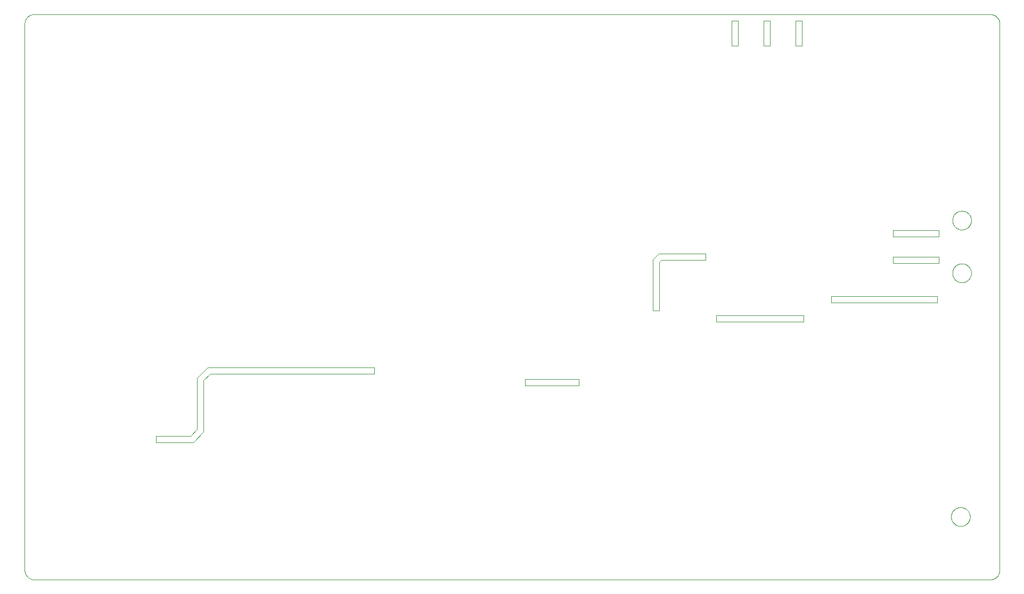
<source format=gko>
G75*
%MOIN*%
%OFA0B0*%
%FSLAX25Y25*%
%IPPOS*%
%LPD*%
%AMOC8*
5,1,8,0,0,1.08239X$1,22.5*
%
%ADD10C,0.00400*%
%ADD11C,0.00394*%
%ADD12C,0.00000*%
D10*
X0111977Y0098843D02*
X0111977Y0102843D01*
X0133627Y0102843D01*
X0137727Y0106943D01*
X0137727Y0139243D01*
X0144327Y0145843D01*
X0248727Y0145843D01*
X0248727Y0141843D01*
X0145827Y0141843D01*
X0141727Y0137743D01*
X0141727Y0105443D01*
X0135127Y0098843D01*
X0111977Y0098843D01*
X0342977Y0134343D02*
X0342977Y0138343D01*
X0376727Y0138343D01*
X0376727Y0134343D01*
X0342977Y0134343D01*
X0422977Y0181474D02*
X0426977Y0181474D01*
X0426977Y0211843D01*
X0428227Y0213093D01*
X0456095Y0213093D01*
X0456095Y0217093D01*
X0426727Y0217093D01*
X0422977Y0213343D01*
X0422977Y0181474D01*
X0462477Y0178343D02*
X0462477Y0174343D01*
X0517227Y0174343D01*
X0517227Y0178343D01*
X0462477Y0178343D01*
X0534477Y0186343D02*
X0534477Y0190343D01*
X0600977Y0190343D01*
X0600977Y0186343D01*
X0534477Y0186343D01*
D11*
X0029727Y0018748D02*
X0029727Y0361268D01*
X0029729Y0361420D01*
X0029735Y0361572D01*
X0029745Y0361724D01*
X0029758Y0361875D01*
X0029776Y0362026D01*
X0029797Y0362177D01*
X0029823Y0362327D01*
X0029852Y0362476D01*
X0029885Y0362625D01*
X0029922Y0362772D01*
X0029962Y0362919D01*
X0030007Y0363064D01*
X0030055Y0363208D01*
X0030107Y0363351D01*
X0030162Y0363493D01*
X0030221Y0363633D01*
X0030284Y0363772D01*
X0030350Y0363909D01*
X0030420Y0364044D01*
X0030493Y0364177D01*
X0030570Y0364308D01*
X0030650Y0364438D01*
X0030733Y0364565D01*
X0030819Y0364690D01*
X0030909Y0364813D01*
X0031002Y0364933D01*
X0031098Y0365051D01*
X0031197Y0365167D01*
X0031299Y0365280D01*
X0031403Y0365390D01*
X0031511Y0365498D01*
X0031621Y0365602D01*
X0031734Y0365704D01*
X0031850Y0365803D01*
X0031968Y0365899D01*
X0032088Y0365992D01*
X0032211Y0366082D01*
X0032336Y0366168D01*
X0032463Y0366251D01*
X0032593Y0366331D01*
X0032724Y0366408D01*
X0032857Y0366481D01*
X0032992Y0366551D01*
X0033129Y0366617D01*
X0033268Y0366680D01*
X0033408Y0366739D01*
X0033550Y0366794D01*
X0033693Y0366846D01*
X0033837Y0366894D01*
X0033982Y0366939D01*
X0034129Y0366979D01*
X0034276Y0367016D01*
X0034425Y0367049D01*
X0034574Y0367078D01*
X0034724Y0367104D01*
X0034875Y0367125D01*
X0035026Y0367143D01*
X0035177Y0367156D01*
X0035329Y0367166D01*
X0035481Y0367172D01*
X0035633Y0367174D01*
X0035633Y0367173D02*
X0634058Y0367173D01*
X0634058Y0367174D02*
X0634210Y0367172D01*
X0634362Y0367166D01*
X0634514Y0367156D01*
X0634665Y0367143D01*
X0634816Y0367125D01*
X0634967Y0367104D01*
X0635117Y0367078D01*
X0635266Y0367049D01*
X0635415Y0367016D01*
X0635562Y0366979D01*
X0635709Y0366939D01*
X0635854Y0366894D01*
X0635998Y0366846D01*
X0636141Y0366794D01*
X0636283Y0366739D01*
X0636423Y0366680D01*
X0636562Y0366617D01*
X0636699Y0366551D01*
X0636834Y0366481D01*
X0636967Y0366408D01*
X0637098Y0366331D01*
X0637228Y0366251D01*
X0637355Y0366168D01*
X0637480Y0366082D01*
X0637603Y0365992D01*
X0637723Y0365899D01*
X0637841Y0365803D01*
X0637957Y0365704D01*
X0638070Y0365602D01*
X0638180Y0365498D01*
X0638288Y0365390D01*
X0638392Y0365280D01*
X0638494Y0365167D01*
X0638593Y0365051D01*
X0638689Y0364933D01*
X0638782Y0364813D01*
X0638872Y0364690D01*
X0638958Y0364565D01*
X0639041Y0364438D01*
X0639121Y0364308D01*
X0639198Y0364177D01*
X0639271Y0364044D01*
X0639341Y0363909D01*
X0639407Y0363772D01*
X0639470Y0363633D01*
X0639529Y0363493D01*
X0639584Y0363351D01*
X0639636Y0363208D01*
X0639684Y0363064D01*
X0639729Y0362919D01*
X0639769Y0362772D01*
X0639806Y0362625D01*
X0639839Y0362476D01*
X0639868Y0362327D01*
X0639894Y0362177D01*
X0639915Y0362026D01*
X0639933Y0361875D01*
X0639946Y0361724D01*
X0639956Y0361572D01*
X0639962Y0361420D01*
X0639964Y0361268D01*
X0639963Y0361268D02*
X0639963Y0018748D01*
X0639964Y0018748D02*
X0639962Y0018596D01*
X0639956Y0018444D01*
X0639946Y0018292D01*
X0639933Y0018141D01*
X0639915Y0017990D01*
X0639894Y0017839D01*
X0639868Y0017689D01*
X0639839Y0017540D01*
X0639806Y0017391D01*
X0639769Y0017244D01*
X0639729Y0017097D01*
X0639684Y0016952D01*
X0639636Y0016808D01*
X0639584Y0016665D01*
X0639529Y0016523D01*
X0639470Y0016383D01*
X0639407Y0016244D01*
X0639341Y0016107D01*
X0639271Y0015972D01*
X0639198Y0015839D01*
X0639121Y0015708D01*
X0639041Y0015578D01*
X0638958Y0015451D01*
X0638872Y0015326D01*
X0638782Y0015203D01*
X0638689Y0015083D01*
X0638593Y0014965D01*
X0638494Y0014849D01*
X0638392Y0014736D01*
X0638288Y0014626D01*
X0638180Y0014518D01*
X0638070Y0014414D01*
X0637957Y0014312D01*
X0637841Y0014213D01*
X0637723Y0014117D01*
X0637603Y0014024D01*
X0637480Y0013934D01*
X0637355Y0013848D01*
X0637228Y0013765D01*
X0637098Y0013685D01*
X0636967Y0013608D01*
X0636834Y0013535D01*
X0636699Y0013465D01*
X0636562Y0013399D01*
X0636423Y0013336D01*
X0636283Y0013277D01*
X0636141Y0013222D01*
X0635998Y0013170D01*
X0635854Y0013122D01*
X0635709Y0013077D01*
X0635562Y0013037D01*
X0635415Y0013000D01*
X0635266Y0012967D01*
X0635117Y0012938D01*
X0634967Y0012912D01*
X0634816Y0012891D01*
X0634665Y0012873D01*
X0634514Y0012860D01*
X0634362Y0012850D01*
X0634210Y0012844D01*
X0634058Y0012842D01*
X0634058Y0012843D02*
X0035633Y0012843D01*
X0035633Y0012842D02*
X0035481Y0012844D01*
X0035329Y0012850D01*
X0035177Y0012860D01*
X0035026Y0012873D01*
X0034875Y0012891D01*
X0034724Y0012912D01*
X0034574Y0012938D01*
X0034425Y0012967D01*
X0034276Y0013000D01*
X0034129Y0013037D01*
X0033982Y0013077D01*
X0033837Y0013122D01*
X0033693Y0013170D01*
X0033550Y0013222D01*
X0033408Y0013277D01*
X0033268Y0013336D01*
X0033129Y0013399D01*
X0032992Y0013465D01*
X0032857Y0013535D01*
X0032724Y0013608D01*
X0032593Y0013685D01*
X0032463Y0013765D01*
X0032336Y0013848D01*
X0032211Y0013934D01*
X0032088Y0014024D01*
X0031968Y0014117D01*
X0031850Y0014213D01*
X0031734Y0014312D01*
X0031621Y0014414D01*
X0031511Y0014518D01*
X0031403Y0014626D01*
X0031299Y0014736D01*
X0031197Y0014849D01*
X0031098Y0014965D01*
X0031002Y0015083D01*
X0030909Y0015203D01*
X0030819Y0015326D01*
X0030733Y0015451D01*
X0030650Y0015578D01*
X0030570Y0015708D01*
X0030493Y0015839D01*
X0030420Y0015972D01*
X0030350Y0016107D01*
X0030284Y0016244D01*
X0030221Y0016383D01*
X0030162Y0016523D01*
X0030107Y0016665D01*
X0030055Y0016808D01*
X0030007Y0016952D01*
X0029962Y0017097D01*
X0029922Y0017244D01*
X0029885Y0017391D01*
X0029852Y0017540D01*
X0029823Y0017689D01*
X0029797Y0017839D01*
X0029776Y0017990D01*
X0029758Y0018141D01*
X0029745Y0018292D01*
X0029735Y0018444D01*
X0029729Y0018596D01*
X0029727Y0018748D01*
X0472325Y0347488D02*
X0472325Y0363236D01*
X0476262Y0363236D01*
X0476262Y0347488D01*
X0472325Y0347488D01*
X0492325Y0347488D02*
X0492325Y0363236D01*
X0496262Y0363236D01*
X0496262Y0347488D01*
X0492325Y0347488D01*
X0512325Y0347488D02*
X0512325Y0363236D01*
X0516262Y0363236D01*
X0516262Y0347488D01*
X0512325Y0347488D01*
X0573428Y0231740D02*
X0573428Y0227803D01*
X0601774Y0227803D01*
X0601774Y0231740D01*
X0573428Y0231740D01*
X0573428Y0215205D02*
X0573428Y0211268D01*
X0601774Y0211268D01*
X0601774Y0215205D01*
X0573428Y0215205D01*
D12*
X0610435Y0204969D02*
X0610437Y0205122D01*
X0610443Y0205276D01*
X0610453Y0205429D01*
X0610467Y0205581D01*
X0610485Y0205734D01*
X0610507Y0205885D01*
X0610532Y0206036D01*
X0610562Y0206187D01*
X0610596Y0206337D01*
X0610633Y0206485D01*
X0610674Y0206633D01*
X0610719Y0206779D01*
X0610768Y0206925D01*
X0610821Y0207069D01*
X0610877Y0207211D01*
X0610937Y0207352D01*
X0611001Y0207492D01*
X0611068Y0207630D01*
X0611139Y0207766D01*
X0611214Y0207900D01*
X0611291Y0208032D01*
X0611373Y0208162D01*
X0611457Y0208290D01*
X0611545Y0208416D01*
X0611636Y0208539D01*
X0611730Y0208660D01*
X0611828Y0208778D01*
X0611928Y0208894D01*
X0612032Y0209007D01*
X0612138Y0209118D01*
X0612247Y0209226D01*
X0612359Y0209331D01*
X0612473Y0209432D01*
X0612591Y0209531D01*
X0612710Y0209627D01*
X0612832Y0209720D01*
X0612957Y0209809D01*
X0613084Y0209896D01*
X0613213Y0209978D01*
X0613344Y0210058D01*
X0613477Y0210134D01*
X0613612Y0210207D01*
X0613749Y0210276D01*
X0613888Y0210341D01*
X0614028Y0210403D01*
X0614170Y0210461D01*
X0614313Y0210516D01*
X0614458Y0210567D01*
X0614604Y0210614D01*
X0614751Y0210657D01*
X0614899Y0210696D01*
X0615048Y0210732D01*
X0615198Y0210763D01*
X0615349Y0210791D01*
X0615500Y0210815D01*
X0615653Y0210835D01*
X0615805Y0210851D01*
X0615958Y0210863D01*
X0616111Y0210871D01*
X0616264Y0210875D01*
X0616418Y0210875D01*
X0616571Y0210871D01*
X0616724Y0210863D01*
X0616877Y0210851D01*
X0617029Y0210835D01*
X0617182Y0210815D01*
X0617333Y0210791D01*
X0617484Y0210763D01*
X0617634Y0210732D01*
X0617783Y0210696D01*
X0617931Y0210657D01*
X0618078Y0210614D01*
X0618224Y0210567D01*
X0618369Y0210516D01*
X0618512Y0210461D01*
X0618654Y0210403D01*
X0618794Y0210341D01*
X0618933Y0210276D01*
X0619070Y0210207D01*
X0619205Y0210134D01*
X0619338Y0210058D01*
X0619469Y0209978D01*
X0619598Y0209896D01*
X0619725Y0209809D01*
X0619850Y0209720D01*
X0619972Y0209627D01*
X0620091Y0209531D01*
X0620209Y0209432D01*
X0620323Y0209331D01*
X0620435Y0209226D01*
X0620544Y0209118D01*
X0620650Y0209007D01*
X0620754Y0208894D01*
X0620854Y0208778D01*
X0620952Y0208660D01*
X0621046Y0208539D01*
X0621137Y0208416D01*
X0621225Y0208290D01*
X0621309Y0208162D01*
X0621391Y0208032D01*
X0621468Y0207900D01*
X0621543Y0207766D01*
X0621614Y0207630D01*
X0621681Y0207492D01*
X0621745Y0207352D01*
X0621805Y0207211D01*
X0621861Y0207069D01*
X0621914Y0206925D01*
X0621963Y0206779D01*
X0622008Y0206633D01*
X0622049Y0206485D01*
X0622086Y0206337D01*
X0622120Y0206187D01*
X0622150Y0206036D01*
X0622175Y0205885D01*
X0622197Y0205734D01*
X0622215Y0205581D01*
X0622229Y0205429D01*
X0622239Y0205276D01*
X0622245Y0205122D01*
X0622247Y0204969D01*
X0622245Y0204816D01*
X0622239Y0204662D01*
X0622229Y0204509D01*
X0622215Y0204357D01*
X0622197Y0204204D01*
X0622175Y0204053D01*
X0622150Y0203902D01*
X0622120Y0203751D01*
X0622086Y0203601D01*
X0622049Y0203453D01*
X0622008Y0203305D01*
X0621963Y0203159D01*
X0621914Y0203013D01*
X0621861Y0202869D01*
X0621805Y0202727D01*
X0621745Y0202586D01*
X0621681Y0202446D01*
X0621614Y0202308D01*
X0621543Y0202172D01*
X0621468Y0202038D01*
X0621391Y0201906D01*
X0621309Y0201776D01*
X0621225Y0201648D01*
X0621137Y0201522D01*
X0621046Y0201399D01*
X0620952Y0201278D01*
X0620854Y0201160D01*
X0620754Y0201044D01*
X0620650Y0200931D01*
X0620544Y0200820D01*
X0620435Y0200712D01*
X0620323Y0200607D01*
X0620209Y0200506D01*
X0620091Y0200407D01*
X0619972Y0200311D01*
X0619850Y0200218D01*
X0619725Y0200129D01*
X0619598Y0200042D01*
X0619469Y0199960D01*
X0619338Y0199880D01*
X0619205Y0199804D01*
X0619070Y0199731D01*
X0618933Y0199662D01*
X0618794Y0199597D01*
X0618654Y0199535D01*
X0618512Y0199477D01*
X0618369Y0199422D01*
X0618224Y0199371D01*
X0618078Y0199324D01*
X0617931Y0199281D01*
X0617783Y0199242D01*
X0617634Y0199206D01*
X0617484Y0199175D01*
X0617333Y0199147D01*
X0617182Y0199123D01*
X0617029Y0199103D01*
X0616877Y0199087D01*
X0616724Y0199075D01*
X0616571Y0199067D01*
X0616418Y0199063D01*
X0616264Y0199063D01*
X0616111Y0199067D01*
X0615958Y0199075D01*
X0615805Y0199087D01*
X0615653Y0199103D01*
X0615500Y0199123D01*
X0615349Y0199147D01*
X0615198Y0199175D01*
X0615048Y0199206D01*
X0614899Y0199242D01*
X0614751Y0199281D01*
X0614604Y0199324D01*
X0614458Y0199371D01*
X0614313Y0199422D01*
X0614170Y0199477D01*
X0614028Y0199535D01*
X0613888Y0199597D01*
X0613749Y0199662D01*
X0613612Y0199731D01*
X0613477Y0199804D01*
X0613344Y0199880D01*
X0613213Y0199960D01*
X0613084Y0200042D01*
X0612957Y0200129D01*
X0612832Y0200218D01*
X0612710Y0200311D01*
X0612591Y0200407D01*
X0612473Y0200506D01*
X0612359Y0200607D01*
X0612247Y0200712D01*
X0612138Y0200820D01*
X0612032Y0200931D01*
X0611928Y0201044D01*
X0611828Y0201160D01*
X0611730Y0201278D01*
X0611636Y0201399D01*
X0611545Y0201522D01*
X0611457Y0201648D01*
X0611373Y0201776D01*
X0611291Y0201906D01*
X0611214Y0202038D01*
X0611139Y0202172D01*
X0611068Y0202308D01*
X0611001Y0202446D01*
X0610937Y0202586D01*
X0610877Y0202727D01*
X0610821Y0202869D01*
X0610768Y0203013D01*
X0610719Y0203159D01*
X0610674Y0203305D01*
X0610633Y0203453D01*
X0610596Y0203601D01*
X0610562Y0203751D01*
X0610532Y0203902D01*
X0610507Y0204053D01*
X0610485Y0204204D01*
X0610467Y0204357D01*
X0610453Y0204509D01*
X0610443Y0204662D01*
X0610437Y0204816D01*
X0610435Y0204969D01*
X0610435Y0238039D02*
X0610437Y0238192D01*
X0610443Y0238346D01*
X0610453Y0238499D01*
X0610467Y0238651D01*
X0610485Y0238804D01*
X0610507Y0238955D01*
X0610532Y0239106D01*
X0610562Y0239257D01*
X0610596Y0239407D01*
X0610633Y0239555D01*
X0610674Y0239703D01*
X0610719Y0239849D01*
X0610768Y0239995D01*
X0610821Y0240139D01*
X0610877Y0240281D01*
X0610937Y0240422D01*
X0611001Y0240562D01*
X0611068Y0240700D01*
X0611139Y0240836D01*
X0611214Y0240970D01*
X0611291Y0241102D01*
X0611373Y0241232D01*
X0611457Y0241360D01*
X0611545Y0241486D01*
X0611636Y0241609D01*
X0611730Y0241730D01*
X0611828Y0241848D01*
X0611928Y0241964D01*
X0612032Y0242077D01*
X0612138Y0242188D01*
X0612247Y0242296D01*
X0612359Y0242401D01*
X0612473Y0242502D01*
X0612591Y0242601D01*
X0612710Y0242697D01*
X0612832Y0242790D01*
X0612957Y0242879D01*
X0613084Y0242966D01*
X0613213Y0243048D01*
X0613344Y0243128D01*
X0613477Y0243204D01*
X0613612Y0243277D01*
X0613749Y0243346D01*
X0613888Y0243411D01*
X0614028Y0243473D01*
X0614170Y0243531D01*
X0614313Y0243586D01*
X0614458Y0243637D01*
X0614604Y0243684D01*
X0614751Y0243727D01*
X0614899Y0243766D01*
X0615048Y0243802D01*
X0615198Y0243833D01*
X0615349Y0243861D01*
X0615500Y0243885D01*
X0615653Y0243905D01*
X0615805Y0243921D01*
X0615958Y0243933D01*
X0616111Y0243941D01*
X0616264Y0243945D01*
X0616418Y0243945D01*
X0616571Y0243941D01*
X0616724Y0243933D01*
X0616877Y0243921D01*
X0617029Y0243905D01*
X0617182Y0243885D01*
X0617333Y0243861D01*
X0617484Y0243833D01*
X0617634Y0243802D01*
X0617783Y0243766D01*
X0617931Y0243727D01*
X0618078Y0243684D01*
X0618224Y0243637D01*
X0618369Y0243586D01*
X0618512Y0243531D01*
X0618654Y0243473D01*
X0618794Y0243411D01*
X0618933Y0243346D01*
X0619070Y0243277D01*
X0619205Y0243204D01*
X0619338Y0243128D01*
X0619469Y0243048D01*
X0619598Y0242966D01*
X0619725Y0242879D01*
X0619850Y0242790D01*
X0619972Y0242697D01*
X0620091Y0242601D01*
X0620209Y0242502D01*
X0620323Y0242401D01*
X0620435Y0242296D01*
X0620544Y0242188D01*
X0620650Y0242077D01*
X0620754Y0241964D01*
X0620854Y0241848D01*
X0620952Y0241730D01*
X0621046Y0241609D01*
X0621137Y0241486D01*
X0621225Y0241360D01*
X0621309Y0241232D01*
X0621391Y0241102D01*
X0621468Y0240970D01*
X0621543Y0240836D01*
X0621614Y0240700D01*
X0621681Y0240562D01*
X0621745Y0240422D01*
X0621805Y0240281D01*
X0621861Y0240139D01*
X0621914Y0239995D01*
X0621963Y0239849D01*
X0622008Y0239703D01*
X0622049Y0239555D01*
X0622086Y0239407D01*
X0622120Y0239257D01*
X0622150Y0239106D01*
X0622175Y0238955D01*
X0622197Y0238804D01*
X0622215Y0238651D01*
X0622229Y0238499D01*
X0622239Y0238346D01*
X0622245Y0238192D01*
X0622247Y0238039D01*
X0622245Y0237886D01*
X0622239Y0237732D01*
X0622229Y0237579D01*
X0622215Y0237427D01*
X0622197Y0237274D01*
X0622175Y0237123D01*
X0622150Y0236972D01*
X0622120Y0236821D01*
X0622086Y0236671D01*
X0622049Y0236523D01*
X0622008Y0236375D01*
X0621963Y0236229D01*
X0621914Y0236083D01*
X0621861Y0235939D01*
X0621805Y0235797D01*
X0621745Y0235656D01*
X0621681Y0235516D01*
X0621614Y0235378D01*
X0621543Y0235242D01*
X0621468Y0235108D01*
X0621391Y0234976D01*
X0621309Y0234846D01*
X0621225Y0234718D01*
X0621137Y0234592D01*
X0621046Y0234469D01*
X0620952Y0234348D01*
X0620854Y0234230D01*
X0620754Y0234114D01*
X0620650Y0234001D01*
X0620544Y0233890D01*
X0620435Y0233782D01*
X0620323Y0233677D01*
X0620209Y0233576D01*
X0620091Y0233477D01*
X0619972Y0233381D01*
X0619850Y0233288D01*
X0619725Y0233199D01*
X0619598Y0233112D01*
X0619469Y0233030D01*
X0619338Y0232950D01*
X0619205Y0232874D01*
X0619070Y0232801D01*
X0618933Y0232732D01*
X0618794Y0232667D01*
X0618654Y0232605D01*
X0618512Y0232547D01*
X0618369Y0232492D01*
X0618224Y0232441D01*
X0618078Y0232394D01*
X0617931Y0232351D01*
X0617783Y0232312D01*
X0617634Y0232276D01*
X0617484Y0232245D01*
X0617333Y0232217D01*
X0617182Y0232193D01*
X0617029Y0232173D01*
X0616877Y0232157D01*
X0616724Y0232145D01*
X0616571Y0232137D01*
X0616418Y0232133D01*
X0616264Y0232133D01*
X0616111Y0232137D01*
X0615958Y0232145D01*
X0615805Y0232157D01*
X0615653Y0232173D01*
X0615500Y0232193D01*
X0615349Y0232217D01*
X0615198Y0232245D01*
X0615048Y0232276D01*
X0614899Y0232312D01*
X0614751Y0232351D01*
X0614604Y0232394D01*
X0614458Y0232441D01*
X0614313Y0232492D01*
X0614170Y0232547D01*
X0614028Y0232605D01*
X0613888Y0232667D01*
X0613749Y0232732D01*
X0613612Y0232801D01*
X0613477Y0232874D01*
X0613344Y0232950D01*
X0613213Y0233030D01*
X0613084Y0233112D01*
X0612957Y0233199D01*
X0612832Y0233288D01*
X0612710Y0233381D01*
X0612591Y0233477D01*
X0612473Y0233576D01*
X0612359Y0233677D01*
X0612247Y0233782D01*
X0612138Y0233890D01*
X0612032Y0234001D01*
X0611928Y0234114D01*
X0611828Y0234230D01*
X0611730Y0234348D01*
X0611636Y0234469D01*
X0611545Y0234592D01*
X0611457Y0234718D01*
X0611373Y0234846D01*
X0611291Y0234976D01*
X0611214Y0235108D01*
X0611139Y0235242D01*
X0611068Y0235378D01*
X0611001Y0235516D01*
X0610937Y0235656D01*
X0610877Y0235797D01*
X0610821Y0235939D01*
X0610768Y0236083D01*
X0610719Y0236229D01*
X0610674Y0236375D01*
X0610633Y0236523D01*
X0610596Y0236671D01*
X0610562Y0236821D01*
X0610532Y0236972D01*
X0610507Y0237123D01*
X0610485Y0237274D01*
X0610467Y0237427D01*
X0610453Y0237579D01*
X0610443Y0237732D01*
X0610437Y0237886D01*
X0610435Y0238039D01*
X0609648Y0052213D02*
X0609650Y0052366D01*
X0609656Y0052520D01*
X0609666Y0052673D01*
X0609680Y0052825D01*
X0609698Y0052978D01*
X0609720Y0053129D01*
X0609745Y0053280D01*
X0609775Y0053431D01*
X0609809Y0053581D01*
X0609846Y0053729D01*
X0609887Y0053877D01*
X0609932Y0054023D01*
X0609981Y0054169D01*
X0610034Y0054313D01*
X0610090Y0054455D01*
X0610150Y0054596D01*
X0610214Y0054736D01*
X0610281Y0054874D01*
X0610352Y0055010D01*
X0610427Y0055144D01*
X0610504Y0055276D01*
X0610586Y0055406D01*
X0610670Y0055534D01*
X0610758Y0055660D01*
X0610849Y0055783D01*
X0610943Y0055904D01*
X0611041Y0056022D01*
X0611141Y0056138D01*
X0611245Y0056251D01*
X0611351Y0056362D01*
X0611460Y0056470D01*
X0611572Y0056575D01*
X0611686Y0056676D01*
X0611804Y0056775D01*
X0611923Y0056871D01*
X0612045Y0056964D01*
X0612170Y0057053D01*
X0612297Y0057140D01*
X0612426Y0057222D01*
X0612557Y0057302D01*
X0612690Y0057378D01*
X0612825Y0057451D01*
X0612962Y0057520D01*
X0613101Y0057585D01*
X0613241Y0057647D01*
X0613383Y0057705D01*
X0613526Y0057760D01*
X0613671Y0057811D01*
X0613817Y0057858D01*
X0613964Y0057901D01*
X0614112Y0057940D01*
X0614261Y0057976D01*
X0614411Y0058007D01*
X0614562Y0058035D01*
X0614713Y0058059D01*
X0614866Y0058079D01*
X0615018Y0058095D01*
X0615171Y0058107D01*
X0615324Y0058115D01*
X0615477Y0058119D01*
X0615631Y0058119D01*
X0615784Y0058115D01*
X0615937Y0058107D01*
X0616090Y0058095D01*
X0616242Y0058079D01*
X0616395Y0058059D01*
X0616546Y0058035D01*
X0616697Y0058007D01*
X0616847Y0057976D01*
X0616996Y0057940D01*
X0617144Y0057901D01*
X0617291Y0057858D01*
X0617437Y0057811D01*
X0617582Y0057760D01*
X0617725Y0057705D01*
X0617867Y0057647D01*
X0618007Y0057585D01*
X0618146Y0057520D01*
X0618283Y0057451D01*
X0618418Y0057378D01*
X0618551Y0057302D01*
X0618682Y0057222D01*
X0618811Y0057140D01*
X0618938Y0057053D01*
X0619063Y0056964D01*
X0619185Y0056871D01*
X0619304Y0056775D01*
X0619422Y0056676D01*
X0619536Y0056575D01*
X0619648Y0056470D01*
X0619757Y0056362D01*
X0619863Y0056251D01*
X0619967Y0056138D01*
X0620067Y0056022D01*
X0620165Y0055904D01*
X0620259Y0055783D01*
X0620350Y0055660D01*
X0620438Y0055534D01*
X0620522Y0055406D01*
X0620604Y0055276D01*
X0620681Y0055144D01*
X0620756Y0055010D01*
X0620827Y0054874D01*
X0620894Y0054736D01*
X0620958Y0054596D01*
X0621018Y0054455D01*
X0621074Y0054313D01*
X0621127Y0054169D01*
X0621176Y0054023D01*
X0621221Y0053877D01*
X0621262Y0053729D01*
X0621299Y0053581D01*
X0621333Y0053431D01*
X0621363Y0053280D01*
X0621388Y0053129D01*
X0621410Y0052978D01*
X0621428Y0052825D01*
X0621442Y0052673D01*
X0621452Y0052520D01*
X0621458Y0052366D01*
X0621460Y0052213D01*
X0621458Y0052060D01*
X0621452Y0051906D01*
X0621442Y0051753D01*
X0621428Y0051601D01*
X0621410Y0051448D01*
X0621388Y0051297D01*
X0621363Y0051146D01*
X0621333Y0050995D01*
X0621299Y0050845D01*
X0621262Y0050697D01*
X0621221Y0050549D01*
X0621176Y0050403D01*
X0621127Y0050257D01*
X0621074Y0050113D01*
X0621018Y0049971D01*
X0620958Y0049830D01*
X0620894Y0049690D01*
X0620827Y0049552D01*
X0620756Y0049416D01*
X0620681Y0049282D01*
X0620604Y0049150D01*
X0620522Y0049020D01*
X0620438Y0048892D01*
X0620350Y0048766D01*
X0620259Y0048643D01*
X0620165Y0048522D01*
X0620067Y0048404D01*
X0619967Y0048288D01*
X0619863Y0048175D01*
X0619757Y0048064D01*
X0619648Y0047956D01*
X0619536Y0047851D01*
X0619422Y0047750D01*
X0619304Y0047651D01*
X0619185Y0047555D01*
X0619063Y0047462D01*
X0618938Y0047373D01*
X0618811Y0047286D01*
X0618682Y0047204D01*
X0618551Y0047124D01*
X0618418Y0047048D01*
X0618283Y0046975D01*
X0618146Y0046906D01*
X0618007Y0046841D01*
X0617867Y0046779D01*
X0617725Y0046721D01*
X0617582Y0046666D01*
X0617437Y0046615D01*
X0617291Y0046568D01*
X0617144Y0046525D01*
X0616996Y0046486D01*
X0616847Y0046450D01*
X0616697Y0046419D01*
X0616546Y0046391D01*
X0616395Y0046367D01*
X0616242Y0046347D01*
X0616090Y0046331D01*
X0615937Y0046319D01*
X0615784Y0046311D01*
X0615631Y0046307D01*
X0615477Y0046307D01*
X0615324Y0046311D01*
X0615171Y0046319D01*
X0615018Y0046331D01*
X0614866Y0046347D01*
X0614713Y0046367D01*
X0614562Y0046391D01*
X0614411Y0046419D01*
X0614261Y0046450D01*
X0614112Y0046486D01*
X0613964Y0046525D01*
X0613817Y0046568D01*
X0613671Y0046615D01*
X0613526Y0046666D01*
X0613383Y0046721D01*
X0613241Y0046779D01*
X0613101Y0046841D01*
X0612962Y0046906D01*
X0612825Y0046975D01*
X0612690Y0047048D01*
X0612557Y0047124D01*
X0612426Y0047204D01*
X0612297Y0047286D01*
X0612170Y0047373D01*
X0612045Y0047462D01*
X0611923Y0047555D01*
X0611804Y0047651D01*
X0611686Y0047750D01*
X0611572Y0047851D01*
X0611460Y0047956D01*
X0611351Y0048064D01*
X0611245Y0048175D01*
X0611141Y0048288D01*
X0611041Y0048404D01*
X0610943Y0048522D01*
X0610849Y0048643D01*
X0610758Y0048766D01*
X0610670Y0048892D01*
X0610586Y0049020D01*
X0610504Y0049150D01*
X0610427Y0049282D01*
X0610352Y0049416D01*
X0610281Y0049552D01*
X0610214Y0049690D01*
X0610150Y0049830D01*
X0610090Y0049971D01*
X0610034Y0050113D01*
X0609981Y0050257D01*
X0609932Y0050403D01*
X0609887Y0050549D01*
X0609846Y0050697D01*
X0609809Y0050845D01*
X0609775Y0050995D01*
X0609745Y0051146D01*
X0609720Y0051297D01*
X0609698Y0051448D01*
X0609680Y0051601D01*
X0609666Y0051753D01*
X0609656Y0051906D01*
X0609650Y0052060D01*
X0609648Y0052213D01*
M02*

</source>
